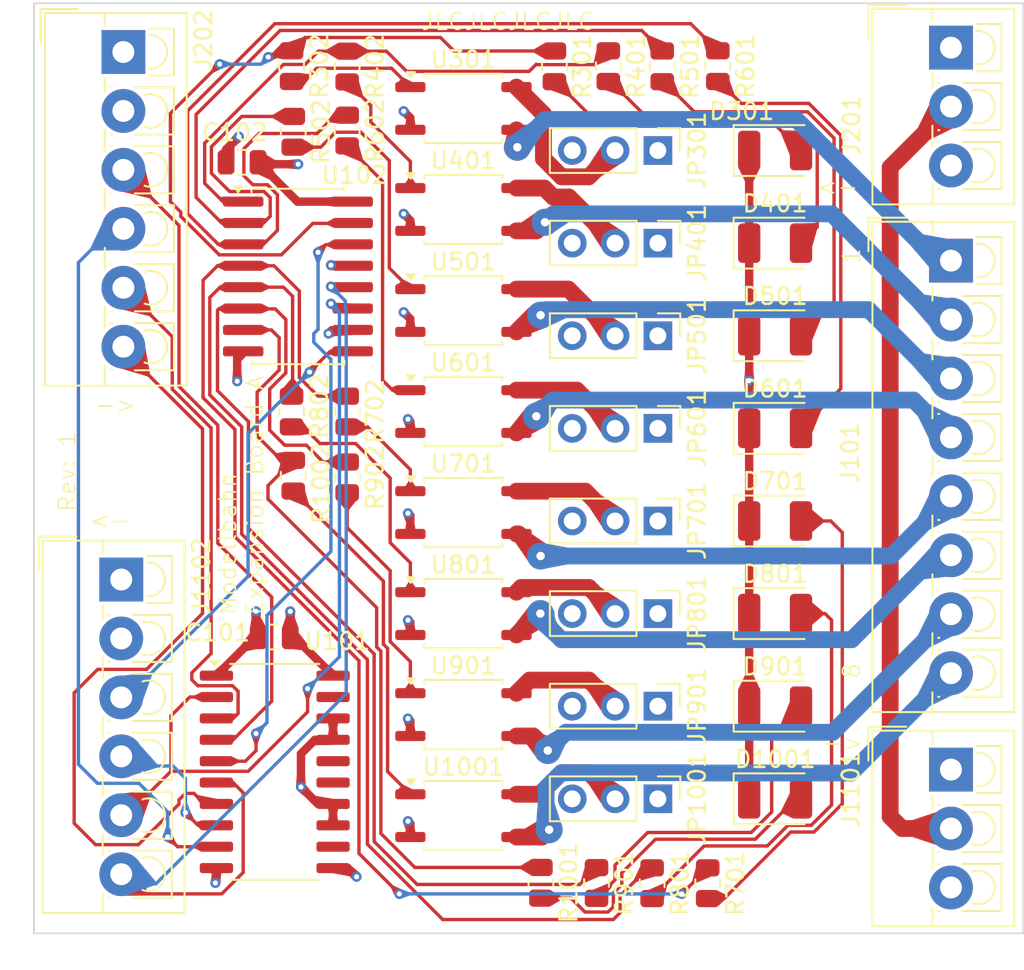
<source format=kicad_pcb>
(kicad_pcb (version 20240108) (generator "pcbnew") (generator_version "8.0")
  (title_block (title "Expansion Board A") (date "2025-01-01") (rev "1") (company "Jens Böckmann"))
  (layers (0 "F.Cu" signal) (1 "In1.Cu" signal) (2 "In2.Cu" signal) (31 "B.Cu" signal) (34 "B.Paste" user) (35 "F.Paste" user) (36 "B.SilkS" user "B.Silkscreen") (37 "F.SilkS" user "F.Silkscreen") (38 "B.Mask" user) (39 "F.Mask" user) (44 "Edge.Cuts" user))
  (net 0 "")
  (net 1 "GNDPWR")
  (net 2 "VSS")
  (net 3 "Vdrive")
  (net 4 "VCC")
  (net 5 "/Connector in/CLK")
  (net 6 "/Connector in/CS")
  (net 7 "/Connector in/MOSI")
  (net 8 "GND")
  (net 9 "/out4")
  (net 10 "/Connector in/MISO")
  (net 11 "Net-(D301-A)")
  (net 12 "/Connector out/CS")
  (net 13 "Net-(D401-A)")
  (net 14 "/Connector out/CLK")
  (net 15 "Net-(D501-A)")
  (net 16 "Net-(D601-A)")
  (net 17 "/Connector out/MOSI")
  (net 18 "Net-(D701-A)")
  (net 19 "/Connector out/MISO")
  (net 20 "Net-(D801-A)")
  (net 21 "Net-(D901-A)")
  (net 22 "Net-(D1001-A)")
  (net 23 "Net-(JP301-C)")
  (net 24 "Net-(JP401-C)")
  (net 25 "Net-(JP501-C)")
  (net 26 "Net-(JP601-C)")
  (net 27 "Net-(JP701-C)")
  (net 28 "Net-(JP801-C)")
  (net 29 "/out1")
  (net 30 "Net-(JP901-C)")
  (net 31 "/out7")
  (net 32 "Net-(JP1001-C)")
  (net 33 "/out3")
  (net 34 "Net-(R302-Pad2)")
  (net 35 "/out6")
  (net 36 "Net-(R402-Pad2)")
  (net 37 "/out2")
  (net 38 "Net-(R502-Pad2)")
  (net 39 "/out5")
  (net 40 "Net-(R602-Pad2)")
  (net 41 "/out8")
  (net 42 "Net-(R702-Pad2)")
  (net 43 "/set1")
  (net 44 "/set2")
  (net 45 "/set3")
  (net 46 "/set4")
  (net 47 "/set5")
  (net 48 "/set6")
  (net 49 "/set7")
  (net 50 "Net-(R802-Pad2)")
  (net 51 "Net-(R902-Pad2)")
  (net 52 "Net-(R1002-Pad2)")
  (net 53 "/set8")
  (net 56 "Net-(U101-O1)")
  (footprint "Resistor_SMD:R_0805_2012Metric" (layer "F.Cu") (at 83.899 58.237 -90)
    (property "Reference" "R802")
    (property "Value" "1k2")
  )
  (footprint "Capacitor_Tantalum_SMD:CP_EIA-3528-12_Kemet-T" (layer "F.Cu") (at 112.599 48.237)
    (property "Reference" "D401")
    (property "Value" "LED")
  )
  (footprint "Resistor_SMD:R_0805_2012Metric" (layer "F.Cu") (at 87.199 37.7495 -90)
    (property "Reference" "R402")
    (property "Value" "1k2")
  )
  (footprint "Resistor_SMD:R_0805_2012Metric" (layer "F.Cu") (at 105.899 37.737 -90)
    (property "Reference" "R501")
    (property "Value" "120")
  )
  (footprint "Connector_PinHeader_2.54mm:PinHeader_1x03_P2.54mm_Vertical" (layer "F.Cu") (at 105.639 64.737 -90)
    (property "Reference" "JP701")
    (property "Value" "Jumper_3_Bridged12")
  )
  (footprint "MountingHole:MountingHole_3.2mm_M3" (layer "F.Cu") (at 76.073 60.975)
    (property "Reference" "REF1" (hide yes))
    (property "Value" "MountingHole_3.2mm_M3")
  )
  (footprint "TerminalBlock_4Ucon:TerminalBlock_4Ucon_1x03_P3.50mm_Vertical" (layer "F.Cu") (at 123.0376 79.502 -90)
    (property "Reference" "J1101")
    (property "Value" "Conn_01x03")
  )
  (footprint "Package_SO:SO-4_4.4x3.9mm_P2.54mm" (layer "F.Cu") (at 94.099 58.237)
    (property "Reference" "U601")
    (property "Value" "GAQY212G1S")
  )
  (footprint "Connector_PinHeader_2.54mm:PinHeader_1x03_P2.54mm_Vertical" (layer "F.Cu") (at 105.639 48.237 -90)
    (property "Reference" "JP401")
    (property "Value" "Jumper_3_Bridged12")
  )
  (footprint "Capacitor_Tantalum_SMD:CP_EIA-3528-12_Kemet-T" (layer "F.Cu") (at 112.599 70.237)
    (property "Reference" "D801")
    (property "Value" "LED")
  )
  (footprint "Capacitor_Tantalum_SMD:CP_EIA-3528-12_Kemet-T" (layer "F.Cu") (at 112.599 75.737)
    (property "Reference" "D901")
    (property "Value" "LED")
  )
  (footprint "Package_SO:SO-4_4.4x3.9mm_P2.54mm" (layer "F.Cu") (at 94.099 40.237)
    (property "Reference" "U301")
    (property "Value" "GAQY212G1S")
  )
  (footprint "Capacitor_Tantalum_SMD:CP_EIA-3528-12_Kemet-T" (layer "F.Cu") (at 112.599 53.737)
    (property "Reference" "D501")
    (property "Value" "LED")
  )
  (footprint "Capacitor_SMD:C_0805_2012Metric" (layer "F.Cu") (at 82.87 71.628 180)
    (property "Reference" "C101")
    (property "Value" "100n")
  )
  (footprint "Resistor_SMD:R_0805_2012Metric" (layer "F.Cu") (at 108.599 86.2495 -90)
    (property "Reference" "R701")
    (property "Value" "120")
  )
  (footprint "Resistor_SMD:R_0805_2012Metric" (layer "F.Cu") (at 109.199 37.7245 -90)
    (property "Reference" "R601")
    (property "Value" "120")
  )
  (footprint "Resistor_SMD:R_0805_2012Metric" (layer "F.Cu") (at 87.199 58.237 -90)
    (property "Reference" "R702")
    (property "Value" "1k2")
  )
  (footprint "Package_SO:SOIC-16W_5.3x10.2mm_P1.27mm" (layer "F.Cu") (at 84.276 50.2158)
    (property "Reference" "U102")
    (property "Value" "74HC595")
  )
  (footprint "Resistor_SMD:R_0805_2012Metric" (layer "F.Cu") (at 105.299 86.2495 -90)
    (property "Reference" "R801")
    (property "Value" "120")
  )
  (footprint "Package_SO:SO-4_4.4x3.9mm_P2.54mm" (layer "F.Cu") (at 94.099 52.237)
    (property "Reference" "U501")
    (property "Value" "GAQY212G1S")
  )
  (footprint "Capacitor_Tantalum_SMD:CP_EIA-3528-12_Kemet-T" (layer "F.Cu") (at 112.599 42.737)
    (property "Reference" "D301")
    (property "Value" "LED")
  )
  (footprint "Resistor_SMD:R_0805_2012Metric" (layer "F.Cu") (at 87.199 41.5495 -90)
    (property "Reference" "R602")
    (property "Value" "1k2")
  )
  (footprint "Resistor_SMD:R_0805_2012Metric" (layer "F.Cu") (at 101.999 86.237 -90)
    (property "Reference" "R901")
    (property "Value" "120")
  )
  (footprint "Package_SO:SO-4_4.4x3.9mm_P2.54mm" (layer "F.Cu") (at 94.099 82.237)
    (property "Reference" "U1001")
    (property "Value" "GAQY212G1S")
  )
  (footprint "Capacitor_SMD:C_0805_2012Metric" (layer "F.Cu") (at 80.96 43.434 180)
    (property "Reference" "C102")
    (property "Value" "100n")
  )
  (footprint "Package_SO:SO-4_4.4x3.9mm_P2.54mm" (layer "F.Cu") (at 94.099 64.237)
    (property "Reference" "U701")
    (property "Value" "GAQY212G1S")
  )
  (footprint "Package_SO:SO-4_4.4x3.9mm_P2.54mm" (layer "F.Cu") (at 94.099 76.237)
    (property "Reference" "U901")
    (property "Value" "GAQY212G1S")
  )
  (footprint "Capacitor_Tantalum_SMD:CP_EIA-3528-12_Kemet-T" (layer "F.Cu") (at 112.599 59.237)
    (property "Reference" "D601")
    (property "Value" "LED")
  )
  (footprint "Package_SO:SO-20_5.3x12.6mm_P1.27mm" (layer "F.Cu") (at 82.899 79.637)
    (property "Reference" "U101")
    (property "Value" "74HC373")
  )
  (footprint "TerminalBlock_4Ucon:TerminalBlock_4Ucon_1x08_P3.50mm_Vertical" (layer "F.Cu") (at 123.0376 49.276 -90)
    (property "Reference" "J101")
    (property "Value" "Conn_01x08")
  )
  (footprint "TerminalBlock_4Ucon:TerminalBlock_4Ucon_1x06_P3.50mm_Vertical" (layer "F.Cu") (at 73.914 36.886 -90)
    (property "Reference" "J202")
    (property "Value" "Conn_01x06")
  )
  (footprint "Resistor_SMD:R_0805_2012Metric" (layer "F.Cu") (at 83.999 41.6245 -90)
    (property "Reference" "R502")
    (property "Value" "1k2")
  )
  (footprint "TerminalBlock_4Ucon:TerminalBlock_4Ucon_1x06_P3.50mm_Vertical" (layer "F.Cu") (at 73.787 68.214 -90)
    (property "Reference" "J1102")
    (property "Value" "Conn_01x06")
  )
  (footprint "Connector_PinHeader_2.54mm:PinHeader_1x03_P2.54mm_Vertical" (layer "F.Cu") (at 105.639 59.237 -90)
    (property "Reference" "JP601")
    (property "Value" "Jumper_3_Bridged12")
  )
  (footprint "Package_SO:SO-4_4.4x3.9mm_P2.54mm" (layer "F.Cu") (at 94.099 70.237)
    (property "Reference" "U801")
    (property "Value" "GAQY212G1S")
  )
  (footprint "Connector_PinHeader_2.54mm:PinHeader_1x03_P2.54mm_Vertical" (layer "F.Cu") (at 105.639 53.737 -90)
    (property "Reference" "JP501")
    (property "Value" "Jumper_3_Bridged12")
  )
  (footprint "Resistor_SMD:R_0805_2012Metric" (layer "F.Cu") (at 83.899 37.7245 -90)
    (property "Reference" "R302")
    (property "Value" "1k2")
  )
  (footprint "Package_SO:SO-4_4.4x3.9mm_P2.54mm" (layer "F.Cu") (at 94.099 46.237)
    (property "Reference" "U401")
    (property "Value" "GAQY212G1S")
  )
  (footprint "Connector_PinHeader_2.54mm:PinHeader_1x03_P2.54mm_Vertical" (layer "F.Cu") (at 105.639 81.237 -90)
    (property "Reference" "JP1001")
    (property "Value" "Jumper_3_Bridged12")
  )
  (footprint "Connector_PinHeader_2.54mm:PinHeader_1x03_P2.54mm_Vertical" (layer "F.Cu") (at 105.639 42.737 -90)
    (property "Reference" "JP301")
    (property "Value" "Jumper_3_Bridged12")
  )
  (footprint "Capacitor_Tantalum_SMD:CP_EIA-3528-12_Kemet-T" (layer "F.Cu") (at 112.599 64.737)
    (property "Reference" "D701")
    (property "Value" "LED")
  )
  (footprint "Resistor_SMD:R_0805_2012Metric" (layer "F.Cu") (at 99.499 37.737 -90)
    (property "Reference" "R301")
    (property "Value" "120")
  )
  (footprint "Resistor_SMD:R_0805_2012Metric" (layer "F.Cu") (at 102.699 37.7245 -90)
    (property "Reference" "R401")
    (property "Value" "120")
  )
  (footprint "Connector_PinHeader_2.54mm:PinHeader_1x03_P2.54mm_Vertical" (layer "F.Cu") (at 105.639 70.237 -90)
    (property "Reference" "JP801")
    (property "Value" "Jumper_3_Bridged12")
  )
  (footprint "MountingHole:MountingHole_3.2mm_M3" (layer "F.Cu") (at 113.792 37.338)
    (property "Reference" "REF2" (hide yes))
    (property "Value" "MountingHole_3.2mm_M3")
  )
  (footprint "Resistor_SMD:R_0805_2012Metric" (layer "F.Cu") (at 83.999 62.0495 -90)
    (property "Reference" "R1002")
    (property "Value" "1k2")
  )
  (footprint "Capacitor_Tantalum_SMD:CP_EIA-3528-12_Kemet-T" (layer "F.Cu") (at 112.599 81.237)
    (property "Reference" "D1001")
    (property "Value" "LED")
  )
  (footprint "Connector_PinHeader_2.54mm:PinHeader_1x03_P2.54mm_Vertical" (layer "F.Cu") (at 105.639 75.737 -90)
    (property "Reference" "JP901")
    (property "Value" "Jumper_3_Bridged12")
  )
  (footprint "Resistor_SMD:R_0805_2012Metric" (layer "F.Cu") (at 87.199 62.1495 -90)
    (property "Reference" "R902")
    (property "Value" "1k2")
  )
  (footprint "MountingHole:MountingHole_3.2mm_M3" (layer "F.Cu") (at 114.4016 86.375)
    (property "Reference" "REF3" (hide yes))
    (property "Value" "MountingHole_3.2mm_M3")
  )
  (footprint "TerminalBlock_4Ucon:TerminalBlock_4Ucon_1x03_P3.50mm_Vertical" (layer "F.Cu") (at 123.0376 36.6278 -90)
    (property "Reference" "J201")
    (property "Value" "Conn_01x03")
  )
  (footprint "Resistor_SMD:R_0805_2012Metric" (layer "F.Cu") (at 98.699 86.2245 -90)
    (property "Reference" "R1001")
    (property "Value" "120")
  )
  (gr_rect (start 68.607 33.991) (end 127.329 89.229) (stroke (width 0.1)) (fill none) (layer "Edge.Cuts"))
  (gr_text "8\n" (at 117.729 74.183 90) (layer "F.SilkS") (effects (font (size 1 1) (thickness 0.1)) (justify left bottom)))
  (gr_text "Modellbahn\nExpansion Board A" (at 82.296 70.4088 90) (layer "F.SilkS") (effects (font (size 1 1) (thickness 0.1)) (justify left bottom)))
  (gr_text "1" (at 117.729 49.545 90) (layer "F.SilkS") (effects (font (size 1 1) (thickness 0.1)) (justify left bottom)))
  (gr_text "JLCJLCJLCJLC" (at 91.5416 35.6616 0) (layer "F.SilkS") (effects (font (size 1 1) (thickness 0.1)) (justify left bottom)))
  (gr_text "->" (at 115.316 78.486 0) (layer "F.SilkS") (effects (font (size 1 1) (thickness 0.1)) (justify left bottom)))
  (gr_text "->" (at 117.602 44.45 180) (layer "F.SilkS") (effects (font (size 1 1) (thickness 0.1)) (justify left bottom)))
  (gr_text "->" (at 74.422 64.262 180) (layer "F.SilkS") (effects (font (size 1 1) (thickness 0.1)) (justify left bottom)))
  (gr_text "->" (at 72.136 58.42 0) (layer "F.SilkS") (effects (font (size 1 1) (thickness 0.1)) (justify left bottom)))
  (gr_text "Rev: 1\n" (at 71.1708 64.262 90) (layer "F.SilkS") (effects (font (size 1 1) (thickness 0.1)) (justify left bottom)))
  (segment (start 123.0376 83.002) (end 120.1368 83.002) (width 1) (layer "F.Cu") (net 1))
  (segment (start 120.1368 83.002) (end 119.4308 82.296) (width 1) (layer "F.Cu") (net 1))
  (segment (start 119.4308 43.7346) (end 123.0376 40.1278) (width 1) (layer "F.Cu") (net 1))
  (segment (start 119.4308 82.296) (end 119.4308 43.7346) (width 1) (layer "F.Cu") (net 1))
  (segment (start 87.242 85.352) (end 87.757 85.867) (width 0.5) (layer "F.Cu") (net 4))
  (segment (start 83.82 71.3805) (end 83.82 70.104) (width 0.5) (layer "F.Cu") (net 4))
  (segment (start 86.3615 85.352) (end 87.242 85.352) (width 0.5) (layer "F.Cu") (net 4))
  (segment (start 84.2468 45.7708) (end 81.91 43.434) (width 0.5) (layer "F.Cu") (net 4))
  (segment (start 84.290141 43.5495) (end 82.0255 43.5495) (width 0.5) (layer "F.Cu") (net 4))
  (segment (start 86.3615 73.922) (end 83.82 71.3805) (width 0.5) (layer "F.Cu") (net 4))
  (segment (start 87.526 45.7708) (end 84.2468 45.7708) (width 0.5) (layer "F.Cu") (net 4))
  (via (at 87.757 85.867) (size 0.6) (drill 0.3) (layers "F.Cu" "B.Cu") (net 4))
  (via (at 83.82 70.104) (size 0.6) (drill 0.3) (layers "F.Cu" "B.Cu") (net 4))
  (via (at 84.290141 43.5495) (size 0.6) (drill 0.3) (layers "F.Cu" "B.Cu") (net 4))
  (segment (start 76.816 53.788) (end 73.914 50.886) (width 0.2) (layer "F.Cu") (net 5))
  (segment (start 76.816 56.909286) (end 79.121 59.214286) (width 0.2) (layer "F.Cu") (net 5))
  (segment (start 79.4365 76.462) (end 80.423999 76.462) (width 0.2) (layer "F.Cu") (net 5))
  (segment (start 80.724 76.161999) (end 80.724 74.851448) (width 0.2) (layer "F.Cu") (net 5))
  (segment (start 80.423999 76.462) (end 80.724 76.161999) (width 0.2) (layer "F.Cu") (net 5))
  (segment (start 78.332 74.522) (end 77.978 74.168) (width 0.2) (layer "F.Cu") (net 5))
  (segment (start 80.394552 74.522) (end 78.332 74.522) (width 0.2) (layer "F.Cu") (net 5))
  (segment (start 79.121 72.609448) (end 79.121 59.214286) (width 0.2) (layer "F.Cu") (net 5))
  (segment (start 77.978 73.752448) (end 79.121 72.609448) (width 0.2) (layer "F.Cu") (net 5))
  (segment (start 80.724 74.851448) (end 80.394552 74.522) (width 0.2) (layer "F.Cu") (net 5))
  (segment (start 77.978 74.168) (end 77.978 73.752448) (width 0.2) (layer "F.Cu") (net 5))
  (segment (start 76.816 56.909286) (end 76.816 53.788) (width 0.2) (layer "F.Cu") (net 5))
  (segment (start 78.613 70.227) (end 78.613 59.271972) (width 0.2) (layer "F.Cu") (net 6))
  (segment (start 78.733 81.542) (end 78.105 80.914) (width 0.2) (layer "F.Cu") (net 6))
  (segment (start 77.597 80.914) (end 77.216 81.295) (width 0.2) (layer "F.Cu") (net 6))
  (segment (start 77.216 81.295) (end 77.216 81.549) (width 0.2) (layer "F.Cu") (net 6))
  (segment (start 70.993 82.692) (end 70.993 74.945) (width 0.2) (layer "F.Cu") (net 6))
  (segment (start 75.292 73.548) (end 78.613 70.227) (width 0.2) (layer "F.Cu") (net 6))
  (segment (start 74.803 83.962) (end 72.263 83.962) (width 0.2) (layer "F.Cu") (net 6))
  (segment (start 77.216 81.549) (end 74.803 83.962) (width 0.2) (layer "F.Cu") (net 6))
  (segment (start 72.263 83.962) (end 70.993 82.692) (width 0.2) (layer "F.Cu") (net 6))
  (segment (start 78.105 80.914) (end 77.597 80.914) (width 0.2) (layer "F.Cu") (net 6))
  (segment (start 70.993 74.945) (end 72.39 73.548) (width 0.2) (layer "F.Cu") (net 6))
  (segment (start 72.39 73.548) (end 75.292 73.548) (width 0.2) (layer "F.Cu") (net 6))
  (segment (start 78.613 59.271972) (end 73.599 54.257972) (width 0.2) (layer "F.Cu") (net 6))
  (segment (start 80.423999 77.732) (end 82.72 75.435999) (width 0.2) (layer "F.Cu") (net 7))
  (segment (start 82.72 75.435999) (end 82.72 69.258) (width 0.2) (layer "F.Cu") (net 7))
  (segment (start 73.914 43.886) (end 77.216 47.188) (width 0.2) (layer "F.Cu") (net 7))
  (segment (start 82.72 69.258) (end 79.521 66.059) (width 0.2) (layer "F.Cu") (net 7))
  (segment (start 77.216 56.7436) (end 79.521 59.0486) (width 0.2) (layer "F.Cu") (net 7))
  (segment (start 79.521 66.059) (end 79.521 59.0486) (width 0.2) (layer "F.Cu") (net 7))
  (segment (start 79.4365 77.732) (end 80.423999 77.732) (width 0.2) (layer "F.Cu") (net 7))
  (segment (start 77.216 47.188) (end 77.216 56.7436) (width 0.2) (layer "F.Cu") (net 7))
  (segment (start 111.0615 56.403) (end 111.0615 75.737) (width 0.5) (layer "F.Cu") (net 8))
  (segment (start 84.455 78.5622) (end 84.455 80.533) (width 0.5) (layer "F.Cu") (net 8))
  (segment (start 80.01 42.672) (end 80.772 41.91) (width 0.5) (layer "F.Cu") (net 8))
  (segment (start 90.949 65.507) (end 90.949 64.421) (width 0.5) (layer "F.Cu") (net 8))
  (segment (start 90.949 77.507) (end 90.949 76.613) (width 0.5) (layer "F.Cu") (net 8))
  (segment (start 90.949 47.507) (end 90.949 46.895) (width 0.5) (layer "F.Cu") (net 8))
  (segment (start 90.949 46.895) (end 90.551 46.497) (width 0.5) (layer "F.Cu") (net 8))
  (segment (start 86.3615 77.732) (end 85.2852 77.732) (width 0.5) (layer "F.Cu") (net 8))
  (segment (start 86.29 49.602) (end 86.233 49.545) (width 0.5) (layer "F.Cu") (net 8))
  (segment (start 87.649 49.602) (end 86.29 49.602) (width 0.5) (layer "F.Cu") (net 8))
  (segment (start 85.2852 77.732) (end 84.455 78.5622) (width 0.5) (layer "F.Cu") (net 8))
  (segment (start 86.288 53.412) (end 86.091 53.609) (width 0.5) (layer "F.Cu") (net 8))
  (segment (start 90.949 41.507) (end 90.949 40.799) (width 0.5) (layer "F.Cu") (net 8))
  (segment (start 80.6704 56.4388) (end 80.6704 55.0164) (width 0.5) (layer "F.Cu") (net 8))
  (segment (start 80.01 43.434) (end 80.01 42.672) (width 0.5) (layer "F.Cu") (net 8))
  (segment (start 80.6704 55.0164) (end 81.026 54.6608) (width 0.5) (layer "F.Cu") (net 8))
  (segment (start 86.3615 82.812) (end 86.3615 81.542) (width 0.5) (layer "F.Cu") (net 8))
  (segment (start 90.949 53.507) (end 90.949 52.737) (width 0.5) (layer "F.Cu") (net 8))
  (segment (start 79.4365 85.352) (end 79.4365 86.16977) (width 0.5) (layer "F.Cu") (net 8))
  (segment (start 90.949 40.799) (end 90.551 40.401) (width 0.5) (layer "F.Cu") (net 8))
  (segment (start 111.0615 75.737) (end 111.0615 81.237) (width 0.5) (layer "F.Cu") (net 8))
  (segment (start 86.3615 76.462) (end 86.3615 77.732) (width 0.5) (layer "F.Cu") (net 8))
  (segment (start 90.949 59.507) (end 90.949 58.833) (width 0.5) (layer "F.Cu") (net 8))
  (segment (start 90.949 58.833) (end 90.805 58.689) (width 0.5) (layer "F.Cu") (net 8))
  (segment (start 79.4365 73.922) (end 81.788 71.5705) (width 0.5) (layer "F.Cu") (net 8))
  (segment (start 90.949 83.507) (end 90.949 82.709) (width 0.5) (layer "F.Cu") (net 8))
  (segment (start 86.3615 81.542) (end 85.464 81.542) (width 0.5) (layer "F.Cu") (net 8))
  (segment (start 85.464 81.542) (end 84.455 80.533) (width 0.5) (layer "F.Cu") (net 8))
  (segment (start 111.0615 42.737) (end 111.0615 56.403) (width 0.5) (layer "F.Cu") (net 8))
  (segment (start 90.949 70.771) (end 90.805 70.627) (width 0.5) (layer "F.Cu") (net 8))
  (segment (start 90.949 76.613) (end 90.805 76.469) (width 0.5) (layer "F.Cu") (net 8))
  (segment (start 90.949 82.709) (end 90.805 82.565) (width 0.5) (layer "F.Cu") (net 8))
  (segment (start 90.949 64.421) (end 90.805 64.277) (width 0.5) (layer "F.Cu") (net 8))
  (segment (start 90.949 71.507) (end 90.949 70.771) (width 0.5) (layer "F.Cu") (net 8))
  (segment (start 81.788 71.5705) (end 81.788 70.104) (width 0.5) (layer "F.Cu") (net 8))
  (segment (start 87.649 53.412) (end 86.288 53.412) (width 0.5) (layer "F.Cu") (net 8))
  (segment (start 90.949 52.737) (end 90.551 52.339) (width 0.5) (layer "F.Cu") (net 8))
  (segment (start 79.4365 86.16977) (end 79.37327 86.233) (width 0.5) (layer "F.Cu") (net 8))
  (via (at 81.788 70.104) (size 0.6) (drill 0.3) (layers "F.Cu" "B.Cu") (net 8))
  (via (at 79.37327 86.233) (size 0.6) (drill 0.3) (layers "F.Cu" "B.Cu") (net 8))
  (via (at 80.772 41.91) (size 0.6) (drill 0.3) (layers "F.Cu" "B.Cu") (net 8))
  (via (at 90.805 64.277) (size 0.6) (drill 0.3) (layers "F.Cu" "B.Cu") (net 8))
  (via (at 90.551 46.497) (size 0.6) (drill 0.3) (layers "F.Cu" "B.Cu") (net 8))
  (via (at 90.805 82.565) (size 0.6) (drill 0.3) (layers "F.Cu" "B.Cu") (net 8))
  (via (at 111.0615 56.403) (size 0.6) (drill 0.3) (layers "F.Cu" "B.Cu") (net 8))
  (via (at 86.091 53.609) (size 0.6) (drill 0.3) (layers "F.Cu" "B.Cu") (net 8))
  (via (at 80.6704 56.4388) (size 0.6) (drill 0.3) (layers "F.Cu" "B.Cu") (net 8))
  (via (at 90.805 58.689) (size 0.6) (drill 0.3) (layers "F.Cu" "B.Cu") (net 8))
  (via (at 90.551 40.401) (size 0.6) (drill 0.3) (layers "F.Cu" "B.Cu") (net 8))
  (via (at 90.805 76.469) (size 0.6) (drill 0.3) (layers "F.Cu" "B.Cu") (net 8))
  (via (at 84.455 80.533) (size 0.6) (drill 0.3) (layers "F.Cu" "B.Cu") (net 8))
  (via (at 90.551 52.339) (size 0.6) (drill 0.3) (layers "F.Cu" "B.Cu") (net 8))
  (via (at 90.805 70.627) (size 0.6) (drill 0.3) (layers "F.Cu" "B.Cu") (net 8))
  (via (at 86.233 49.545) (size 0.6) (drill 0.3) (layers "F.Cu" "B.Cu") (net 8))
  (segment (start 97.249 59.507) (end 98.239 58.517) (width 1) (layer "F.Cu") (net 9))
  (segment (start 98.239 58.517) (end 98.425 58.517) (width 1) (layer "F.Cu") (net 9))
  (via (at 98.425 58.517) (size 1.6) (drill 0.5) (layers "F.Cu" "B.Cu") (net 9))
  (segment (start 123.0376 59.776) (end 120.818 57.5564) (width 1) (layer "B.Cu") (net 9))
  (segment (start 120.818 57.5564) (end 99.3856 57.5564) (width 1) (layer "B.Cu") (net 9))
  (segment (start 99.3856 57.5564) (end 98.425 58.517) (width 1) (layer "B.Cu") (net 9))
  (segment (start 77.133009 84.082) (end 76.545988 83.494979) (width 0.2) (layer "F.Cu") (net 10))
  (segment (start 79.4365 84.082) (end 77.133009 84.082) (width 0.2) (layer "F.Cu") (net 10))
  (via (at 76.545988 83.494979) (size 0.6) (drill 0.3) (layers "F.Cu" "B.Cu") (net 10))
  (segment (start 73.599 47.037) (end 71.247 49.389) (width 0.2) (layer "B.Cu") (net 10))
  (segment (start 71.247 79.191) (end 72.37 80.314) (width 0.2) (layer "B.Cu") (net 10))
  (segment (start 74.838 80.314) (end 76.545988 82.021988) (width 0.2) (layer "B.Cu") (net 10))
  (segment (start 72.37 80.314) (end 74.838 80.314) (width 0.2) (layer "B.Cu") (net 10))
  (segment (start 71.247 49.389) (end 71.247 79.191) (width 0.2) (layer "B.Cu") (net 10))
  (segment (start 76.545988 82.021988) (end 76.545988 83.494979) (width 0.2) (layer "B.Cu") (net 10))
  (segment (start 102.197 41.237) (end 112.6365 41.237) (width 0.2) (layer "F.Cu") (net 11))
  (segment (start 99.6095 38.6495) (end 102.197 41.237) (width 0.2) (layer "F.Cu") (net 11))
  (segment (start 112.6365 41.237) (end 114.1365 42.737) (width 0.2) (layer "F.Cu") (net 11))
  (segment (start 81.026 80.874001) (end 81.026 85.613) (width 0.2) (layer "F.Cu") (net 12))
  (segment (start 80.423999 80.272) (end 81.026 80.874001) (width 0.2) (layer "F.Cu") (net 12))
  (segment (start 79.756 86.883) (end 74.15 86.883) (width 0.2) (layer "F.Cu") (net 12))
  (segment (start 79.4365 80.272) (end 80.423999 80.272) (width 0.2) (layer "F.Cu") (net 12))
  (segment (start 86.29 50.872) (end 86.233 50.815) (width 0.2) (layer "F.Cu") (net 12))
  (segment (start 87.649 50.872) (end 86.29 50.872) (width 0.2) (layer "F.Cu") (net 12))
  (segment (start 74.15 86.883) (end 73.554 86.287) (width 0.2) (layer "F.Cu") (net 12))
  (segment (start 81.026 85.613) (end 79.756 86.883) (width 0.2) (layer "F.Cu") (net 12))
  (via (at 86.233 50.815) (size 0.6) (drill 0.3) (layers "F.Cu" "B.Cu") (net 12))
  (segment (start 87.087 52.119314) (end 87.141 52.173314) (width 0.2) (layer "B.Cu") (net 12))
  (segment (start 87.141 52.173314) (end 87.141 74.99325) (width 0.2) (layer "B.Cu") (net 12))
  (segment (start 86.233 50.815) (end 87.087 51.669) (width 0.2) (layer "B.Cu") (net 12))
  (segment (start 87.141 74.99325) (end 75.84725 86.287) (width 0.2) (layer "B.Cu") (net 12))
  (segment (start 87.087 51.669) (end 87.087 52.119314) (width 0.2) (layer "B.Cu") (net 12))
  (segment (start 75.84725 86.287) (end 73.554 86.287) (width 0.2) (layer "B.Cu") (net 12))
  (segment (start 114.358744 40.837) (end 115.099 41.577256) (width 0.2) (layer "F.Cu") (net 13))
  (segment (start 105.0482 40.837) (end 114.358744 40.837) (width 0.2) (layer "F.Cu") (net 13))
  (segment (start 102.8482 38.637) (end 105.0482 40.837) (width 0.2) (layer "F.Cu") (net 13))
  (segment (start 115.099 47.2745) (end 114.1365 48.237) (width 0.2) (layer "F.Cu") (net 13))
  (segment (start 115.099 41.577256) (end 115.099 47.2745) (width 0.2) (layer "F.Cu") (net 13))
  (segment (start 76.735 79.602) (end 76.739 79.602) (width 0.2) (layer "F.Cu") (net 14))
  (segment (start 81.322 79.602) (end 76.739 79.602) (width 0.2) (layer "F.Cu") (net 14))
  (segment (start 84.851 76.073) (end 81.322 79.602) (width 0.2) (layer "F.Cu") (net 14))
  (segment (start 73.554 82.783) (end 76.735 79.602) (width 0.2) (layer "F.Cu") (net 14))
  (segment (start 77.858 75.192) (end 76.739 76.311) (width 0.2) (layer "F.Cu") (net 14))
  (segment (start 86.233 51.831) (end 86.544 52.142) (width 0.2) (layer "F.Cu") (net 14))
  (segment (start 84.851 74.691) (end 84.851 76.073) (width 0.2) (layer "F.Cu") (net 14))
  (segment (start 76.739 76.311) (end 76.739 79.602) (width 0.2) (layer "F.Cu") (net 14))
  (segment (start 79.4365 75.192) (end 77.858 75.192) (width 0.2) (layer "F.Cu") (net 14))
  (via (at 84.851 74.691) (size 0.6) (drill 0.3) (layers "F.Cu" "B.Cu") (net 14))
  (via (at 86.233 51.831) (size 0.6) (drill 0.3) (layers "F.Cu" "B.Cu") (net 14))
  (segment (start 86.233 51.831) (end 86.741 52.339) (width 0.2) (layer "B.Cu") (net 14))
  (segment (start 86.741 72.801) (end 84.851 74.691) (width 0.2) (layer "B.Cu") (net 14))
  (segment (start 86.741 52.339) (end 86.741 72.801) (width 0.2) (layer "B.Cu") (net 14))
  (segment (start 107.7978 40.437) (end 106.0103 38.6495) (width 0.2) (layer "F.Cu") (net 15))
  (segment (start 114.1365 53.737) (end 116.099 51.7745) (width 0.2) (layer "F.Cu") (net 15))
  (segment (start 114.533314 40.437) (end 107.7978 40.437) (width 0.2) (layer "F.Cu") (net 15))
  (segment (start 116.099 42.002686) (end 114.533314 40.437) (width 0.2) (layer "F.Cu") (net 15))
  (segment (start 116.099 51.7745) (end 116.099 42.002686) (width 0.2) (layer "F.Cu") (net 15))
  (segment (start 116.499 41.837) (end 116.499 56.8745) (width 0.2) (layer "F.Cu") (net 16))
  (segment (start 109.2868 38.637) (end 110.5868 39.937) (width 0.2) (layer "F.Cu") (net 16))
  (segment (start 114.599 39.937) (end 116.499 41.837) (width 0.2) (layer "F.Cu") (net 16))
  (segment (start 110.5868 39.937) (end 114.599 39.937) (width 0.2) (layer "F.Cu") (net 16))
  (segment (start 116.499 56.8745) (end 114.1365 59.237) (width 0.2) (layer "F.Cu") (net 16))
  (segment (start 86.176 54.682) (end 84.963 55.895) (width 0.2) (layer "F.Cu") (net 17))
  (segment (start 87.649 54.682) (end 86.176 54.682) (width 0.2) (layer "F.Cu") (net 17))
  (via (at 84.963 55.895) (size 0.6) (drill 0.3) (layers "F.Cu" "B.Cu") (net 17))
  (segment (start 81.315 59.543) (end 81.315 68.026) (width 0.2) (layer "B.Cu") (net 17))
  (segment (start 81.315 68.026) (end 73.554 75.787) (width 0.2) (layer "B.Cu") (net 17))
  (segment (start 84.963 55.895) (end 81.315 59.543) (width 0.2) (layer "B.Cu") (net 17))
  (segment (start 108.599 87.162) (end 109.576 87.162) (width 0.2) (layer "F.Cu") (net 18))
  (segment (start 109.576 87.162) (end 113.5276 83.2104) (width 0.2) (layer "F.Cu") (net 18))
  (segment (start 116.586 81.534) (end 116.586 65.42) (width 0.2) (layer "F.Cu") (net 18))
  (segment (start 114.9096 83.2104) (end 116.586 81.534) (width 0.2) (layer "F.Cu") (net 18))
  (segment (start 115.903 64.737) (end 116.586 65.42) (width 0.2) (layer "F.Cu") (net 18))
  (segment (start 114.1365 64.737) (end 115.903 64.737) (width 0.2) (layer "F.Cu") (net 18))
  (segment (start 113.5276 83.2104) (end 114.9096 83.2104) (width 0.2) (layer "F.Cu") (net 18))
  (segment (start 79.4365 82.812) (end 78.351996 82.812) (width 0.2) (layer "F.Cu") (net 19))
  (segment (start 78.351996 82.812) (end 77.597 82.057004) (width 0.2) (layer "F.Cu") (net 19))
  (via (at 77.597 82.057004) (size 0.6) (drill 0.3) (layers "F.Cu" "B.Cu") (net 19))
  (segment (start 73.554 79.287) (end 76.859 79.287) (width 0.2) (layer "B.Cu") (net 19))
  (segment (start 76.859 79.287) (end 77.597 80.025) (width 0.2) (layer "B.Cu") (net 19))
  (segment (start 77.597 80.025) (end 77.597 82.057004) (width 0.2) (layer "B.Cu") (net 19))
  (segment (start 114.743914 82.8104) (end 115.951 81.603314) (width 0.2) (layer "F.Cu") (net 20))
  (segment (start 112.135314 84.037) (end 113.361914 82.8104) (width 0.2) (layer "F.Cu") (net 20))
  (segment (start 113.361914 82.8104) (end 114.743914 82.8104) (width 0.2) (layer "F.Cu") (net 20))
  (segment (start 115.951 70.627) (end 115.951 81.603314) (width 0.2) (layer "F.Cu") (net 20))
  (segment (start 114.1365 70.237) (end 115.561 70.237) (width 0.2) (layer "F.Cu") (net 20))
  (segment (start 105.299 87.121) (end 108.383 84.037) (width 0.2) (layer "F.Cu") (net 20))
  (segment (start 108.383 84.037) (end 112.135314 84.037) (width 0.2) (layer "F.Cu") (net 20))
  (segment (start 115.561 70.237) (end 115.951 70.627) (width 0.2) (layer "F.Cu") (net 20))
  (segment (start 103.099 85.171314) (end 105.033314 83.237) (width 0.2) (layer "F.Cu") (net 21))
  (segment (start 111.183744 83.237) (end 112.395 82.025744) (width 0.2) (layer "F.Cu") (net 21))
  (segment (start 105.033314 83.237) (end 111.183744 83.237) (width 0.2) (layer "F.Cu") (net 21))
  (segment (start 112.395 82.025744) (end 112.395 77.4785) (width 0.2) (layer "F.Cu") (net 21))
  (segment (start 101.999 87.1495) (end 103.099 86.0495) (width 0.2) (layer "F.Cu") (net 21))
  (segment (start 103.099 86.0495) (end 103.099 85.171314) (width 0.2) (layer "F.Cu") (net 21))
  (segment (start 112.395 77.4785) (end 114.1365 75.737) (width 0.2) (layer "F.Cu") (net 21))
  (segment (start 113.821228 81.237) (end 111.421228 83.637) (width 0.2) (layer "F.Cu") (net 22))
  (segment (start 100.489256 87.137) (end 98.699 87.137) (width 0.2) (layer "F.Cu") (net 22))
  (segment (start 102.999 86.833714) (end 102.999 87.646744) (width 0.2) (layer "F.Cu") (net 22))
  (segment (start 111.421228 83.637) (end 105.501756 83.637) (width 0.2) (layer "F.Cu") (net 22))
  (segment (start 103.499 85.639756) (end 103.499 86.333714) (width 0.2) (layer "F.Cu") (net 22))
  (segment (start 102.683744 87.962) (end 101.314256 87.962) (width 0.2) (layer "F.Cu") (net 22))
  (segment (start 102.999 87.646744) (end 102.683744 87.962) (width 0.2) (layer "F.Cu") (net 22))
  (segment (start 105.501756 83.637) (end 103.499 85.639756) (width 0.2) (layer "F.Cu") (net 22))
  (segment (start 101.314256 87.962) (end 100.489256 87.137) (width 0.2) (layer "F.Cu") (net 22))
  (segment (start 103.499 86.333714) (end 102.999 86.833714) (width 0.2) (layer "F.Cu") (net 22))
  (segment (start 101.5384 44.2976) (end 103.099 42.737) (width 1) (layer "F.Cu") (net 23))
  (segment (start 99.927568 44.2976) (end 101.5384 44.2976) (width 1) (layer "F.Cu") (net 23))
  (segment (start 97.249 38.967) (end 98.849 40.567) (width 1) (layer "F.Cu") (net 23))
  (segment (start 98.849 43.219032) (end 99.927568 44.2976) (width 1) (layer "F.Cu") (net 23))
  (segment (start 98.849 40.567) (end 98.849 43.219032) (width 1) (layer "F.Cu") (net 23))
  (segment (start 97.249 44.967) (end 98.899912 44.967) (width 1) (layer "F.Cu") (net 24))
  (segment (start 99.430512 45.4976) (end 100.3596 45.4976) (width 1) (layer "F.Cu") (net 24))
  (segment (start 98.899912 44.967) (end 99.430512 45.4976) (width 1) (layer "F.Cu") (net 24))
  (segment (start 100.3596 45.4976) (end 103.099 48.237) (width 1) (layer "F.Cu") (net 24))
  (segment (start 97.249 50.967) (end 100.329 50.967) (width 1) (layer "F.Cu") (net 25))
  (segment (start 100.329 50.967) (end 103.099 53.737) (width 1) (layer "F.Cu") (net 25))
  (segment (start 100.829 56.967) (end 103.099 59.237) (width 1) (layer "F.Cu") (net 26))
  (segment (start 97.249 56.967) (end 100.829 56.967) (width 1) (layer "F.Cu") (net 26))
  (segment (start 97.249 62.967) (end 101.329 62.967) (width 1) (layer "F.Cu") (net 27))
  (segment (start 101.329 62.967) (end 103.099 64.737) (width 1) (layer "F.Cu") (net 27))
  (segment (start 101.549 68.687) (end 97.529 68.687) (width 1) (layer "F.Cu") (net 28))
  (segment (start 97.529 68.687) (end 97.249 68.967) (width 1) (layer "F.Cu") (net 28))
  (segment (start 103.099 70.237) (end 101.549 68.687) (width 1) (layer "F.Cu") (net 28))
  (segment (start 97.249 42.491631) (end 97.299 42.541631) (width 1) (layer "F.Cu") (net 29))
  (segment (start 97.249 41.507) (end 97.249 42.491631) (width 1) (layer "F.Cu") (net 29))
  (via (at 97.299 42.541631) (size 1.6) (drill 0.5) (layers "F.Cu" "B.Cu") (net 29))
  (segment (start 98.946631 40.894) (end 97.299 42.541631) (width 1) (layer "B.Cu") (net 29))
  (segment (start 113.856 40.894) (end 98.946631 40.894) (width 1) (layer "B.Cu") (net 29))
  (segment (start 122.199 49.237) (end 113.856 40.894) (width 1) (layer "B.Cu") (net 29))
  (segment (start 101.549 74.187) (end 103.099 75.737) (width 1) (layer "F.Cu") (net 30))
  (segment (start 98.029 74.187) (end 101.549 74.187) (width 1) (layer "F.Cu") (net 30))
  (segment (start 97.249 74.967) (end 98.029 74.187) (width 1) (layer "F.Cu") (net 30))
  (segment (start 98.244529 77.507) (end 99.104518 78.366989) (width 1) (layer "F.Cu") (net 31))
  (segment (start 97.249 77.507) (end 98.244529 77.507) (width 1) (layer "F.Cu") (net 31))
  (via (at 99.104518 78.366989) (size 1.6) (drill 0.5) (layers "F.Cu" "B.Cu") (net 31))
  (segment (start 116.0266 77.287) (end 123.0376 70.276) (width 1) (layer "B.Cu") (net 31))
  (segment (start 99.104518 78.366989) (end 100.184507 77.287) (width 1) (layer "B.Cu") (net 31))
  (segment (start 100.184507 77.287) (end 116.0266 77.287) (width 1) (layer "B.Cu") (net 31))
  (segment (start 98.636968 80.967) (end 99.916968 79.687) (width 1) (layer "F.Cu") (net 32))
  (segment (start 99.916968 79.687) (end 101.549 79.687) (width 1) (layer "F.Cu") (net 32))
  (segment (start 97.249 80.967) (end 98.636968 80.967) (width 1) (layer "F.Cu") (net 32))
  (segment (start 101.549 79.687) (end 103.099 81.237) (width 1) (layer "F.Cu") (net 32))
  (segment (start 97.249 53.507) (end 98.239 52.517) (width 1) (layer "F.Cu") (net 33))
  (segment (start 98.239 52.517) (end 98.679 52.517) (width 1) (layer "F.Cu") (net 33))
  (via (at 98.679 52.517) (size 1.6) (drill 0.5) (layers "F.Cu" "B.Cu") (net 33))
  (segment (start 122.199 56.237) (end 118.149 52.187) (width 1) (layer "B.Cu") (net 33))
  (segment (start 118.149 52.187) (end 99.009 52.187) (width 1) (layer "B.Cu") (net 33))
  (segment (start 84.599 38.637) (end 83.899 38.637) (width 0.2) (layer "F.Cu") (net 34))
  (segment (start 90.949 38.967) (end 89.8315 37.8495) (width 0.2) (layer "F.Cu") (net 34))
  (segment (start 89.8315 37.8495) (end 85.3865 37.8495) (width 0.2) (layer "F.Cu") (net 34))
  (segment (start 85.3865 37.8495) (end 84.599 38.637) (width 0.2) (layer "F.Cu") (net 34))
  (segment (start 97.249 71.507) (end 98.519 70.237) (width 1) (layer "F.Cu") (net 35))
  (segment (start 98.519 70.237) (end 98.663598 70.237) (width 1) (layer "F.Cu") (net 35))
  (via (at 98.663598 70.237) (size 1.6) (drill 0.5) (layers "F.Cu" "B.Cu") (net 35))
  (segment (start 122.199 66.737) (end 117.149 71.787) (width 1) (layer "B.Cu") (net 35))
  (segment (start 99.916968 71.787) (end 98.663598 70.53363) (width 1) (layer "B.Cu") (net 35))
  (segment (start 117.149 71.787) (end 99.916968 71.787) (width 1) (layer "B.Cu") (net 35))
  (segment (start 88.599 41.037) (end 90.949 43.387) (width 0.2) (layer "F.Cu") (net 36))
  (segment (start 87.199 38.662) (end 88.599 40.062) (width 0.2) (layer "F.Cu") (net 36))
  (segment (start 88.599 40.062) (end 88.599 41.037) (width 0.2) (layer "F.Cu") (net 36))
  (segment (start 90.949 43.387) (end 90.949 44.967) (width 0.2) (layer "F.Cu") (net 36))
  (segment (start 97.249 47.507) (end 98.43093 47.507) (width 1) (layer "F.Cu") (net 37))
  (segment (start 98.43093 47.507) (end 98.941382 46.996548) (width 1) (layer "F.Cu") (net 37))
  (via (at 98.941382 46.996548) (size 1.6) (drill 0.5) (layers "F.Cu" "B.Cu") (net 37))
  (segment (start 115.959 46.497) (end 99.44093 46.497) (width 1) (layer "B.Cu") (net 37))
  (segment (start 99.44093 46.497) (end 98.941382 46.996548) (width 1) (layer "B.Cu") (net 37))
  (segment (start 122.199 52.737) (end 115.959 46.497) (width 1) (layer "B.Cu") (net 37))
  (segment (start 88.0115 41.6495) (end 89.699 43.337) (width 0.2) (layer "F.Cu") (net 38))
  (segment (start 85.626756 42.537) (end 86.514256 41.6495) (width 0.2) (layer "F.Cu") (net 38))
  (segment (start 83.999 42.537) (end 85.626756 42.537) (width 0.2) (layer "F.Cu") (net 38))
  (segment (start 86.514256 41.6495) (end 88.0115 41.6495) (width 0.2) (layer "F.Cu") (net 38))
  (segment (start 89.699 43.337) (end 89.699 49.717) (width 0.2) (layer "F.Cu") (net 38))
  (segment (start 89.699 49.717) (end 90.949 50.967) (width 0.2) (layer "F.Cu") (net 38))
  (segment (start 97.249 65.507) (end 97.369 65.507) (width 1) (layer "F.Cu") (net 39))
  (segment (start 97.369 65.507) (end 98.679 66.817) (width 1) (layer "F.Cu") (net 39))
  (via (at 98.679 66.817) (size 1.6) (drill 0.5) (layers "F.Cu" "B.Cu") (net 39))
  (segment (start 119.4966 66.817) (end 98.679 66.817) (width 1) (layer "B.Cu") (net 39))
  (segment (start 123.0376 63.276) (end 119.4966 66.817) (width 1) (layer "B.Cu") (net 39))
  (segment (start 89.299 56.3806) (end 89.8854 56.967) (width 0.2) (layer "F.Cu") (net 40))
  (segment (start 89.8854 56.967) (end 90.949 56.967) (width 0.2) (layer "F.Cu") (net 40))
  (segment (start 89.299 44.562) (end 89.299 56.3806) (width 0.2) (layer "F.Cu") (net 40))
  (segment (start 87.199 42.462) (end 89.299 44.562) (width 0.2) (layer "F.Cu") (net 40))
  (segment (start 97.249 83.507) (end 98.753 83.507) (width 1) (layer "F.Cu") (net 41))
  (segment (start 98.753 83.507) (end 99.187 83.073) (width 1) (layer "F.Cu") (net 41))
  (via (at 99.187 83.073) (size 1.6) (drill 0.5) (layers "F.Cu" "B.Cu") (net 41))
  (segment (start 99.009 80.594968) (end 99.916968 79.687) (width 1) (layer "B.Cu") (net 41))
  (segment (start 107.442 79.7052) (end 117.1084 79.7052) (width 1) (layer "B.Cu") (net 41))
  (segment (start 99.009 82.895) (end 99.009 80.594968) (width 1) (layer "B.Cu") (net 41))
  (segment (start 99.916968 79.687) (end 107.4238 79.687) (width 1) (layer "B.Cu") (net 41))
  (segment (start 117.1084 79.7052) (end 123.0376 73.776) (width 1) (layer "B.Cu") (net 41))
  (segment (start 90.949 62.967) (end 90.949 61.687) (width 0.2) (layer "F.Cu") (net 42))
  (segment (start 88.4115 59.1495) (end 87.199 59.1495) (width 0.2) (layer "F.Cu") (net 42))
  (segment (start 90.949 61.687) (end 88.4115 59.1495) (width 0.2) (layer "F.Cu") (net 42))
  (segment (start 87.649 47.062) (end 85.16 47.062) (width 0.2) (layer "F.Cu") (net 43))
  (segment (start 83.899 36.812) (end 84.6865 36.0245) (width 0.2) (layer "F.Cu") (net 43))
  (segment (start 83.612 37.099) (end 82.597526 37.099) (width 0.2) (layer "F.Cu") (net 43))
  (segment (start 76.708 40.528) (end 79.629 37.607) (width 0.2) (layer "F.Cu") (net 43))
  (segment (start 77.324 46.647686) (end 77.324 46.393686) (width 0.2) (layer "F.Cu") (net 43))
  (segment (start 92.7365 36.0245) (end 93.5365 36.8245) (width 0.2) (layer "F.Cu") (net 43))
  (segment (start 79.608314 48.932) (end 77.324 46.647686) (width 0.2) (layer "F.Cu") (net 43))
  (segment (start 93.5365 36.8245) (end 100.099 36.8245) (width 0.2) (layer "F.Cu") (net 43))
  (segment (start 83.29 48.932) (end 79.608314 48.932) (width 0.2) (layer "F.Cu") (net 43))
  (segment (start 77.324 46.393686) (end 76.708 45.777686) (width 0.2) (layer "F.Cu") (net 43))
  (segment (start 85.16 47.062) (end 83.29 48.932) (width 0.2) (layer "F.Cu") (net 43))
  (segment (start 82.597526 37.099) (end 82.510263 37.186263) (width 0.2) (layer "F.Cu") (net 43))
  (segment (start 84.6865 36.0245) (end 92.7365 36.0245) (width 0.2) (layer "F.Cu") (net 43))
  (segment (start 76.708 45.777686) (end 76.708 40.528) (width 0.2) (layer "F.Cu") (net 43))
  (via (at 79.629 37.607) (size 0.6) (drill 0.3) (layers "F.Cu" "B.Cu") (net 43))
  (via (at 82.510263 37.186263) (size 0.6) (drill 0.3) (layers "F.Cu" "B.Cu") (net 43))
  (segment (start 82.089526 37.607) (end 82.510263 37.186263) (width 0.2) (layer "B.Cu") (net 43))
  (segment (start 79.629 37.607) (end 82.089526 37.607) (width 0.2) (layer "B.Cu") (net 43))
  (segment (start 102.699 36.812) (end 101.874 37.637) (width 0.2) (layer "F.Cu") (net 44))
  (segment (start 79.826001 45.7708) (end 81.026 45.7708) (width 0.2) (layer "F.Cu") (net 44))
  (segment (start 87.199 36.837) (end 85.4894 36.837) (width 0.2) (layer "F.Cu") (net 44))
  (segment (start 97.995 38.037) (end 90.727 38.037) (width 0.2) (layer "F.Cu") (net 44))
  (segment (start 83.414256 37.6245) (end 78.74 42.298756) (width 0.2) (layer "F.Cu") (net 44))
  (segment (start 78.74 42.298756) (end 78.74 44.684799) (width 0.2) (layer "F.Cu") (net 44))
  (segment (start 84.7019 37.6245) (end 83.414256 37.6245) (width 0.2) (layer "F.Cu") (net 44))
  (segment (start 101.874 37.637) (end 98.455 37.637) (width 0.2) (layer "F.Cu") (net 44))
  (segment (start 89.527 36.837) (end 87.199 36.837) (width 0.2) (layer "F.Cu") (net 44))
  (segment (start 90.727 38.037) (end 89.527 36.837) (width 0.2) (layer "F.Cu") (net 44))
  (segment (start 98.455 37.637) (end 98.425 37.607) (width 0.2) (layer "F.Cu") (net 44))
  (segment (start 78.74 44.684799) (end 79.826001 45.7708) (width 0.2) (layer "F.Cu") (net 44))
  (segment (start 85.4894 36.837) (end 84.7019 37.6245) (width 0.2) (layer "F.Cu") (net 44))
  (segment (start 98.425 37.607) (end 97.995 38.037) (width 0.2) (layer "F.Cu") (net 44))
  (segment (start 82.6304 46.636399) (end 82.225999 47.0408) (width 0.2) (layer "F.Cu") (net 45))
  (segment (start 80.2228 45.1708) (end 82.266552 45.1708) (width 0.2) (layer "F.Cu") (net 45))
  (segment (start 79.756 47.0408) (end 78.232 45.5168) (width 0.2) (layer "F.Cu") (net 45))
  (segment (start 78.232 45.5168) (end 78.232 40.596085) (width 0.2) (layer "F.Cu") (net 45))
  (segment (start 83.999 40.712) (end 80.938183 40.712) (width 0.2) (layer "F.Cu") (net 45))
  (segment (start 79.14 44.088) (end 80.2228 45.1708) (width 0.2) (layer "F.Cu") (net 45))
  (segment (start 83.223685 35.6044) (end 104.6789 35.6044) (width 0.2) (layer "F.Cu") (net 45))
  (segment (start 82.266552 45.1708) (end 82.6304 45.534648) (width 0.2) (layer "F.Cu") (net 45))
  (segment (start 104.6789 35.6044) (end 105.899 36.8245) (width 0.2) (layer "F.Cu") (net 45))
  (segment (start 82.225999 47.0408) (end 81.026 47.0408) (width 0.2) (layer "F.Cu") (net 45))
  (segment (start 82.6304 45.534648) (end 82.6304 46.636399) (width 0.2) (layer "F.Cu") (net 45))
  (segment (start 80.938183 40.712) (end 79.14 42.510183) (width 0.2) (layer "F.Cu") (net 45))
  (segment (start 78.232 40.596085) (end 83.223685 35.6044) (width 0.2) (layer "F.Cu") (net 45))
  (segment (start 81.026 47.0408) (end 79.756 47.0408) (width 0.2) (layer "F.Cu") (net 45))
  (segment (start 79.14 42.510183) (end 79.14 44.088) (width 0.2) (layer "F.Cu") (net 45))
  (segment (start 81.6008 44.7708) (end 82.468982 44.7708) (width 0.2) (layer "F.Cu") (net 46))
  (segment (start 82.9056 35.2044) (end 77.724 40.386) (width 0.2) (layer "F.Cu") (net 46))
  (segment (start 83.058 47.478799) (end 82.225999 48.3108) (width 0.2) (layer "F.Cu") (net 46))
  (segment (start 82.225999 48.3108) (end 81.026 48.3108) (width 0.2) (layer "F.Cu") (net 46))
  (segment (start 86.499 40.637) (end 85.4115 41.7245) (width 0.2) (layer "F.Cu") (net 46))
  (segment (start 77.724 40.386) (end 77.724 46.482) (width 0.2) (layer "F.Cu") (net 46))
  (segment (start 81.068 44.238) (end 81.6008 44.7708) (width 0.2) (layer "F.Cu") (net 46))
  (segment (start 85.4115 41.7245) (end 81.9735 41.7245) (width 0.2) (layer "F.Cu") (net 46))
  (segment (start 77.724 46.482) (end 79.5528 48.3108) (width 0.2) (layer "F.Cu") (net 46))
  (segment (start 81.9735 41.7245) (end 81.068 42.63) (width 0.2) (layer "F.Cu") (net 46))
  (segment (start 87.199 40.637) (end 86.499 40.637) (width 0.2) (layer "F.Cu") (net 46))
  (segment (start 81.068 42.63) (end 81.068 44.238) (width 0.2) (layer "F.Cu") (net 46))
  (segment (start 109.199 36.812) (end 107.5914 35.2044) (width 0.2) (layer "F.Cu") (net 46))
  (segment (start 83.058 45.359818) (end 83.058 47.478799) (width 0.2) (layer "F.Cu") (net 46))
  (segment (start 79.5528 48.3108) (end 81.026 48.3108) (width 0.2) (layer "F.Cu") (net 46))
  (segment (start 107.5914 35.2044) (end 82.9056 35.2044) (width 0.2) (layer "F.Cu") (net 46))
  (segment (start 82.468982 44.7708) (end 83.058 45.359818) (width 0.2) (layer "F.Cu") (net 46))
  (segment (start 80.537 59.309486) (end 80.537 65.675) (width 0.2) (layer "F.Cu") (net 47))
  (segment (start 82.8548 49.5808) (end 81.026 49.5808) (width 0.2) (layer "F.Cu") (net 47))
  (segment (start 87.899 73.037) (end 87.899 84.485) (width 0.2) (layer "F.Cu") (net 47))
  (segment (start 108.599 85.345) (end 107.061 86.883) (width 0.2) (layer "F.Cu") (net 47))
  (segment (start 78.6448 57.417286) (end 80.537 59.309486) (width 0.2) (layer "F.Cu") (net 47))
  (segment (start 80.537 65.675) (end 87.899 73.037) (width 0.2) (layer "F.Cu") (net 47))
  (segment (start 84.3596 56.210839) (end 84.3596 51.0856) (width 0.2) (layer "F.Cu") (net 47))
  (segment (start 79.502 49.5808) (end 78.6448 50.438) (width 0.2) (layer "F.Cu") (net 47))
  (segment (start 85.473261 57.3245) (end 84.3596 56.210839) (width 0.2) (layer "F.Cu") (net 47))
  (segment (start 84.3596 51.0856) (end 82.8548 49.5808) (width 0.2) (layer "F.Cu") (net 47))
  (segment (start 87.899 84.485) (end 90.297 86.883) (width 0.2) (layer "F.Cu") (net 47))
  (segment (start 81.026 49.5808) (end 79.502 49.5808) (width 0.2) (layer "F.Cu") (net 47))
  (segment (start 78.6448 50.438) (end 78.6448 57.417286) (width 0.2) (layer "F.Cu") (net 47))
  (segment (start 87.199 57.3245) (end 85.473261 57.3245) (width 0.2) (layer "F.Cu") (net 47))
  (via (at 107.061 86.883) (size 0.6) (drill 0.3) (layers "F.Cu" "B.Cu") (net 47))
  (via (at 90.297 86.883) (size 0.6) (drill 0.3) (layers "F.Cu" "B.Cu") (net 47))
  (segment (start 107.061 86.883) (end 90.297 86.883) (width 0.2) (layer "B.Cu") (net 47))
  (segment (start 92.869 88.407) (end 102.994686 88.407) (width 0.2) (layer "F.Cu") (net 48))
  (segment (start 79.0448 51.4604) (end 79.0448 57.2516) (width 0.2) (layer "F.Cu") (net 48))
  (segment (start 79.6544 50.8508) (end 81.026 50.8508) (width 0.2) (layer "F.Cu") (net 48))
  (segment (start 102.994686 88.407) (end 103.399 88.002686) (width 0.2) (layer "F.Cu") (net 48))
  (segment (start 83.4128 50.8508) (end 81.026 50.8508) (width 0.2) (layer "F.Cu") (net 48))
  (segment (start 88.399 72.971314) (end 88.399 83.937) (width 0.2) (layer "F.Cu") (net 48))
  (segment (start 80.937 59.1438) (end 80.937 65.509314) (width 0.2) (layer "F.Cu") (net 48))
  (segment (start 103.399 88.002686) (end 103.399 86.9994) (width 0.2) (layer "F.Cu") (net 48))
  (segment (start 88.399 83.937) (end 92.869 88.407) (width 0.2) (layer "F.Cu") (net 48))
  (segment (start 103.399 86.9994) (end 105.0614 85.337) (width 0.2) (layer "F.Cu") (net 48))
  (segment (start 83.9596 57.2639) (end 83.9596 51.3976) (width 0.2) (layer "F.Cu") (net 48))
  (segment (start 79.0448 57.2516) (end 80.937 59.1438) (width 0.2) (layer "F.Cu") (net 48))
  (segment (start 80.937 65.509314) (end 88.399 72.971314) (width 0.2) (layer "F.Cu") (net 48))
  (segment (start 83.9596 51.3976) (end 83.4128 50.8508) (width 0.2) (layer "F.Cu") (net 48))
  (segment (start 79.0448 51.4604) (end 79.6544 50.8508) (width 0.2) (layer "F.Cu") (net 48))
  (segment (start 81.604 52.142) (end 82.9268 52.142) (width 0.2) (layer "F.Cu") (net 49))
  (segment (start 81.3308 58.8264) (end 81.337 58.8264) (width 0.2) (layer "F.Cu") (net 49))
  (segment (start 82.599 56.904685) (end 82.599 59.346744) (width 0.2) (layer "F.Cu") (net 49))
  (segment (start 84.774 60.237) (end 85.774 61.237) (width 0.2) (layer "F.Cu") (net 49))
  (segment (start 79.502 56.9976) (end 81.3308 58.8264) (width 0.2) (layer "F.Cu") (net 49))
  (segment (start 88.799 72.637) (end 81.337 65.175) (width 0.2) (layer "F.Cu") (net 49))
  (segment (start 88.799 83.771314) (end 88.799 72.637) (width 0.2) (layer "F.Cu") (net 49))
  (segment (start 85.774 61.237) (end 87.199 61.237) (width 0.2) (layer "F.Cu") (net 49))
  (segment (start 79.6036 52.1208) (end 79.502 52.2224) (width 0.2) (layer "F.Cu") (net 49))
  (segment (start 83.5596 52.7748) (end 83.5596 55.944085) (width 0.2) (layer "F.Cu") (net 49))
  (segment (start 82.599 59.346744) (end 83.489256 60.237) (width 0.2) (layer "F.Cu") (net 49))
  (segment (start 91.352186 86.3245) (end 88.799 83.771314) (width 0.2) (layer "F.Cu") (net 49))
  (segment (start 100.999 86.3245) (end 91.352186 86.3245) (width 0.2) (layer "F.Cu") (net 49))
  (segment (start 81.337 65.175) (end 81.337 58.8264) (width 0.2) (layer "F.Cu") (net 49))
  (segment (start 81.026 52.1208) (end 79.6036 52.1208) (width 0.2) (layer "F.Cu") (net 49))
  (segment (start 82.9268 52.142) (end 83.5596 52.7748) (width 0.2) (layer "F.Cu") (net 49))
  (segment (start 79.502 52.2224) (end 79.502 56.9976) (width 0.2) (layer "F.Cu") (net 49))
  (segment (start 101.999 85.3245) (end 100.999 86.3245) (width 0.2) (layer "F.Cu") (net 49))
  (segment (start 83.5596 55.944085) (end 82.599 56.904685) (width 0.2) (layer "F.Cu") (net 49))
  (segment (start 83.489256 60.237) (end 84.774 60.237) (width 0.2) (layer "F.Cu") (net 49))
  (segment (start 84.599 59.1495) (end 85.5865 60.137) (width 0.2) (layer "F.Cu") (net 50))
  (segment (start 89.749 62.187) (end 89.749 66.021314) (width 0.2) (layer "F.Cu") (net 50))
  (segment (start 87.699 60.137) (end 89.749 62.187) (width 0.2) (layer "F.Cu") (net 50))
  (segment (start 83.899 59.1495) (end 84.599 59.1495) (width 0.2) (layer "F.Cu") (net 50))
  (segment (start 89.749 66.021314) (end 90.949 67.221314) (width 0.2) (layer "F.Cu") (net 50))
  (segment (start 90.949 67.221314) (end 90.949 68.967) (width 0.2) (layer "F.Cu") (net 50))
  (segment (start 85.5865 60.137) (end 87.699 60.137) (width 0.2) (layer "F.Cu") (net 50))
  (segment (start 90.949 73.089936) (end 89.749 71.889936) (width 0.2) (layer "F.Cu") (net 51))
  (segment (start 89.749 71.889936) (end 89.749 67.687) (width 0.2) (layer "F.Cu") (net 51))
  (segment (start 90.949 74.967) (end 90.949 73.089936) (width 0.2) (layer "F.Cu") (net 51))
  (segment (start 87.199 65.137) (end 89.749 67.687) (width 0.2) (layer "F.Cu") (net 51))
  (segment (start 87.199 63.062) (end 87.199 65.137) (width 0.2) (layer "F.Cu") (net 51))
  (segment (start 89.349 68.312) (end 89.349 72.055629) (width 0.2) (layer "F.Cu") (net 52))
  (segment (start 89.599 79.617) (end 90.949 80.967) (width 0.2) (layer "F.Cu") (net 52))
  (segment (start 83.999 62.962) (end 89.349 68.312) (width 0.2) (layer "F.Cu") (net 52))
  (segment (start 89.599 72.305629) (end 89.599 79.617) (width 0.2) (layer "F.Cu") (net 52))
  (segment (start 89.349 72.055629) (end 89.599 72.305629) (width 0.2) (layer "F.Cu") (net 52))
  (segment (start 82.499 63.437) (end 82.499 62.637) (width 0.2) (layer "F.Cu") (net 53))
  (segment (start 83.1596 53.848) (end 82.7024 53.3908) (width 0.2) (layer "F.Cu") (net 53))
  (segment (start 88.949 72.221314) (end 88.949 69.887) (width 0.2) (layer "F.Cu") (net 53))
  (segment (start 82.499 62.637) (end 83.999 61.137) (width 0.2) (layer "F.Cu") (net 53))
  (segment (start 91.213448 85.312) (end 98.699 85.312) (width 0.2) (layer "F.Cu") (net 53))
  (segment (start 83.299 61.137) (end 81.854039 59.692039) (width 0.2) (layer "F.Cu") (net 53))
  (segment (start 91.213448 85.312) (end 89.199 83.297552) (width 0.2) (layer "F.Cu") (net 53))
  (segment (start 83.1596 55.7784) (end 83.1596 53.848) (width 0.2) (layer "F.Cu") (net 53))
  (segment (start 89.199 83.297552) (end 89.199 72.471314) (width 0.2) (layer "F.Cu") (net 53))
  (segment (start 82.7024 53.3908) (end 81.026 53.3908) (width 0.2) (layer "F.Cu") (net 53))
  (segment (start 88.949 69.887) (end 82.499 63.437) (width 0.2) (layer "F.Cu") (net 53))
  (segment (start 89.199 72.471314) (end 88.949 72.221314) (width 0.2) (layer "F.Cu") (net 53))
  (segment (start 83.999 61.137) (end 83.299 61.137) (width 0.2) (layer "F.Cu") (net 53))
  (segment (start 81.854039 57.083961) (end 83.1596 55.7784) (width 0.2) (layer "F.Cu") (net 53))
  (segment (start 81.854039 59.692039) (end 81.854039 57.083961) (width 0.2) (layer "F.Cu") (net 53))
  (segment (start 81.788656 78.373344) (end 81.788656 77.358656) (width 0.2) (layer "F.Cu") (net 56))
  (segment (start 81.16 79.002) (end 81.788656 78.373344) (width 0.2) (layer "F.Cu") (net 56))
  (segment (start 79.4365 79.002) (end 81.16 79.002) (width 0.2) (layer "F.Cu") (net 56))
  (segment (start 87.649 48.332) (end 85.922 48.332) (width 0.2) (layer "F.Cu") (net 56))
  (segment (start 85.922 48.332) (end 85.471 48.783) (width 0.2) (layer "F.Cu") (net 56))
  (via (at 81.788656 77.358656) (size 0.6) (drill 0.3) (layers "F.Cu" "B.Cu") (net 56))
  (via (at 85.471 48.783) (size 0.6) (drill 0.3) (layers "F.Cu" "B.Cu") (net 56))
  (segment (start 82.438 70.342761) (end 82.438 76.709312) (width 0.2) (layer "B.Cu") (net 56))
  (segment (start 82.438 76.709312) (end 81.788656 77.358656) (width 0.2) (layer "B.Cu") (net 56))
  (segment (start 86.233 55.133) (end 86.233 66.547761) (width 0.2) (layer "B.Cu") (net 56))
  (segment (start 85.471 53.355) (end 85.217 53.609) (width 0.2) (layer "B.Cu") (net 56))
  (segment (start 86.233 66.547761) (end 82.438 70.342761) (width 0.2) (layer "B.Cu") (net 56))
  (segment (start 85.217 53.609) (end 85.217 54.117) (width 0.2) (layer "B.Cu") (net 56))
  (segment (start 85.217 54.117) (end 86.233 55.133) (width 0.2) (layer "B.Cu") (net 56))
  (segment (start 85.471 48.783) (end 85.471 53.355) (width 0.2) (layer "B.Cu") (net 56))
)
</source>
